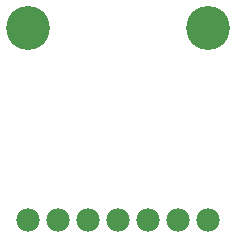
<source format=gbr>
G04 EAGLE Gerber RS-274X export*
G75*
%MOMM*%
%FSLAX34Y34*%
%LPD*%
%INSoldermask Bottom*%
%IPPOS*%
%AMOC8*
5,1,8,0,0,1.08239X$1,22.5*%
G01*
%ADD10C,3.719200*%
%ADD11C,1.981200*%


D10*
X25400Y177800D03*
X177800Y177800D03*
D11*
X177800Y15240D03*
X152400Y15240D03*
X127000Y15240D03*
X101600Y15240D03*
X76200Y15240D03*
X50800Y15240D03*
X25400Y15240D03*
M02*

</source>
